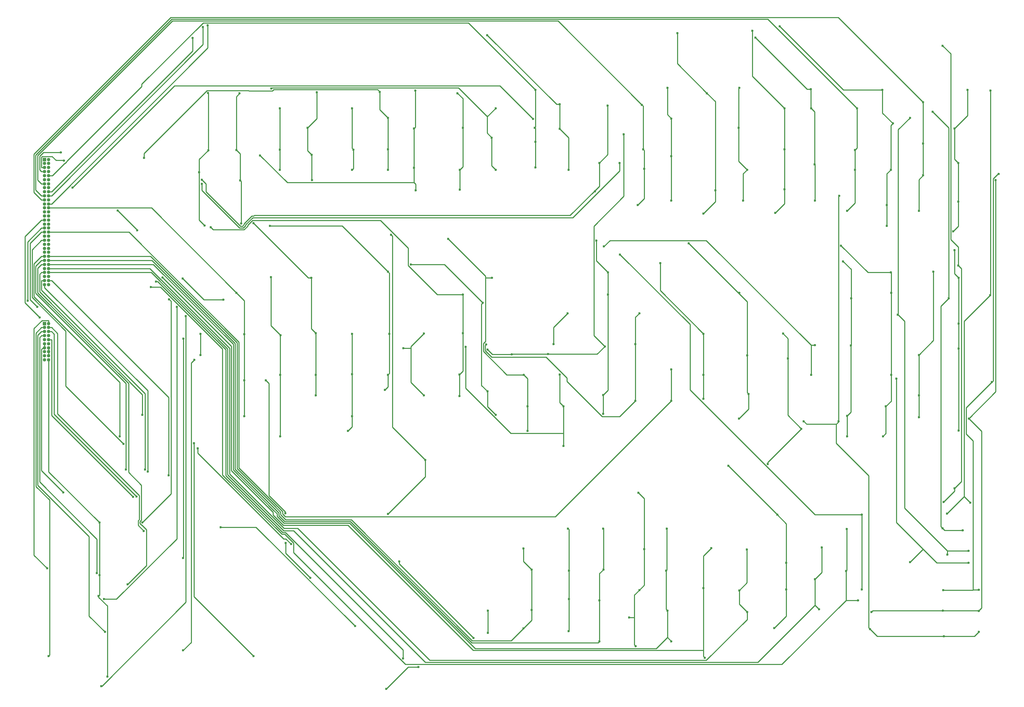
<source format=gbr>
G04 #@! TF.FileFunction,Copper,L2,Bot,Signal*
%FSLAX46Y46*%
G04 Gerber Fmt 4.6, Leading zero omitted, Abs format (unit mm)*
G04 Created by KiCad (PCBNEW 4.0.7) date 04/05/19 11:13:47*
%MOMM*%
%LPD*%
G01*
G04 APERTURE LIST*
%ADD10C,0.100000*%
%ADD11R,0.850000X0.850000*%
%ADD12O,0.850000X0.850000*%
%ADD13C,0.600000*%
%ADD14C,0.250000*%
G04 APERTURE END LIST*
D10*
D11*
X26670000Y-50800000D03*
D12*
X27670000Y-50800000D03*
X26670000Y-51800000D03*
X27670000Y-51800000D03*
X26670000Y-52800000D03*
X27670000Y-52800000D03*
X26670000Y-53800000D03*
X27670000Y-53800000D03*
X26670000Y-54800000D03*
X27670000Y-54800000D03*
X26670000Y-55800000D03*
X27670000Y-55800000D03*
X26670000Y-56800000D03*
X27670000Y-56800000D03*
X26670000Y-57800000D03*
X27670000Y-57800000D03*
X26670000Y-58800000D03*
X27670000Y-58800000D03*
X26670000Y-59800000D03*
X27670000Y-59800000D03*
X26670000Y-60800000D03*
X27670000Y-60800000D03*
X26670000Y-61800000D03*
X27670000Y-61800000D03*
X26670000Y-62800000D03*
X27670000Y-62800000D03*
X26670000Y-63800000D03*
X27670000Y-63800000D03*
X26670000Y-64800000D03*
X27670000Y-64800000D03*
X26670000Y-65800000D03*
X27670000Y-65800000D03*
X26670000Y-66800000D03*
X27670000Y-66800000D03*
X26670000Y-67800000D03*
X27670000Y-67800000D03*
X26670000Y-68800000D03*
X27670000Y-68800000D03*
X26670000Y-69800000D03*
X27670000Y-69800000D03*
X26670000Y-70800000D03*
X27670000Y-70800000D03*
X26670000Y-71800000D03*
X27670000Y-71800000D03*
X26670000Y-72800000D03*
X27670000Y-72800000D03*
X26670000Y-73800000D03*
X27670000Y-73800000D03*
X26670000Y-74800000D03*
X27670000Y-74800000D03*
X26670000Y-75800000D03*
X27670000Y-75800000D03*
X26670000Y-76800000D03*
X27670000Y-76800000D03*
X26670000Y-77800000D03*
X27670000Y-77800000D03*
X26670000Y-78800000D03*
X27670000Y-78800000D03*
X26670000Y-79800000D03*
X27670000Y-79800000D03*
X26670000Y-80800000D03*
X27670000Y-80800000D03*
X26670000Y-81800000D03*
X27670000Y-81800000D03*
D11*
X26670000Y-91440000D03*
D12*
X27670000Y-91440000D03*
X26670000Y-92440000D03*
X27670000Y-92440000D03*
X26670000Y-93440000D03*
X27670000Y-93440000D03*
X26670000Y-94440000D03*
X27670000Y-94440000D03*
X26670000Y-95440000D03*
X27670000Y-95440000D03*
X26670000Y-96440000D03*
X27670000Y-96440000D03*
X26670000Y-97440000D03*
X27670000Y-97440000D03*
X26670000Y-98440000D03*
X27670000Y-98440000D03*
X26670000Y-99440000D03*
X27670000Y-99440000D03*
X26670000Y-100440000D03*
X27670000Y-100440000D03*
D13*
X67199200Y-48549700D03*
X67106300Y-34334000D03*
X66317500Y-67187100D03*
X64971700Y-53927600D03*
X75110000Y-55992500D03*
X74155900Y-48438800D03*
X74947800Y-34428000D03*
X75382700Y-66654400D03*
X84952400Y-38100000D03*
X84952400Y-53340000D03*
X84952400Y-48344600D03*
X92890000Y-55880000D03*
X92768300Y-49632300D03*
X91802900Y-42959400D03*
X94074200Y-34133400D03*
X31514800Y-51116900D03*
X103136200Y-48369400D03*
X102814400Y-53340000D03*
X102742200Y-38162300D03*
X111645000Y-48260000D03*
X111633900Y-53340000D03*
X111645000Y-40473700D03*
X109670600Y-34020800D03*
X51279000Y-50391700D03*
X118111000Y-43097200D03*
X118423600Y-33699300D03*
X118515000Y-58474000D03*
X118111000Y-52858200D03*
X30714200Y-49033600D03*
X80040400Y-49771100D03*
X129414100Y-53392800D03*
X130168600Y-42946600D03*
X128880400Y-34384900D03*
X129414100Y-58303400D03*
X138314200Y-38100000D03*
X137340000Y-45385400D03*
X138304800Y-53340000D03*
X82799800Y-33201900D03*
X148010700Y-42928700D03*
X148181700Y-33546400D03*
X148160700Y-52737000D03*
X148160700Y-46434700D03*
X154153500Y-37147900D03*
X154153500Y-43180000D03*
X136251000Y-20014700D03*
X156412400Y-53353600D03*
X163962900Y-51697700D03*
X166064900Y-37438300D03*
X162924700Y-58740800D03*
X65604900Y-55800000D03*
X173472100Y-62121700D03*
X175089000Y-53087700D03*
X174790700Y-48310500D03*
X174517500Y-37257800D03*
X181790000Y-40640000D03*
X181790000Y-60960000D03*
X181790000Y-50007700D03*
X180818000Y-33020000D03*
X169016300Y-51692400D03*
X65610100Y-56800000D03*
X183285700Y-19520600D03*
X190599700Y-34374300D03*
X192692300Y-58420000D03*
X189728500Y-64216600D03*
X199570000Y-60960000D03*
X200549300Y-53340000D03*
X147540500Y-40784200D03*
X33630300Y-57800000D03*
X198463100Y-42958400D03*
X198598000Y-33020000D03*
X209808700Y-38100000D03*
X201849200Y-18873100D03*
X209808700Y-48260000D03*
X207487000Y-64076100D03*
X209808700Y-58168400D03*
X217350000Y-60960000D03*
X217236100Y-51988900D03*
X202570900Y-20590700D03*
X63326800Y-20716700D03*
X216392200Y-38100000D03*
X216328600Y-33392800D03*
X227198100Y-53340000D03*
X227706300Y-38100000D03*
X227198100Y-48442100D03*
X225284600Y-63500000D03*
X236110700Y-53340000D03*
X235146700Y-62121900D03*
X235130000Y-67210400D03*
X236600400Y-41849200D03*
X234034100Y-33546400D03*
X208583500Y-17797400D03*
X65893000Y-17984900D03*
X244103700Y-46883700D03*
X244103700Y-54729000D03*
X243043600Y-63500000D03*
X244103700Y-36626500D03*
X251569400Y-68580000D03*
X252821200Y-61248500D03*
X252821200Y-51697700D03*
X251893200Y-43102000D03*
X255075500Y-33546400D03*
X49591000Y-68326000D03*
X44742100Y-63438400D03*
X67044800Y-17556500D03*
X65254300Y-99234800D03*
X65254300Y-93980000D03*
X76108200Y-105492900D03*
X74158200Y-83820000D03*
X76134800Y-114379100D03*
X76108200Y-94056600D03*
X84964900Y-119380000D03*
X85118600Y-94339600D03*
X82747700Y-79935200D03*
X84971300Y-104140000D03*
X93840700Y-104140000D03*
X93840700Y-93853800D03*
X78429600Y-66547700D03*
X93840700Y-109220000D03*
X92714600Y-80091700D03*
X102738200Y-93980000D03*
X102738200Y-114423200D03*
X70969900Y-85553900D03*
X60840000Y-80298400D03*
X101780000Y-118012200D03*
X102738200Y-104039400D03*
X110869200Y-107867900D03*
X111635600Y-104157800D03*
X82445900Y-67271000D03*
X112009800Y-94032100D03*
X111631800Y-78615500D03*
X120531400Y-93961300D03*
X115505000Y-97595800D03*
X120521900Y-109220000D03*
X25465100Y-89932500D03*
X129401900Y-104045400D03*
X130243500Y-93831400D03*
X130212100Y-84280700D03*
X129401900Y-109406700D03*
X67812300Y-67582400D03*
X135141600Y-86318100D03*
X117321100Y-76781500D03*
X138320800Y-114058300D03*
X136268600Y-108222700D03*
X126531200Y-70495300D03*
X145278900Y-104140000D03*
X137395200Y-80150200D03*
X146233400Y-118011100D03*
X146233400Y-111982700D03*
X155120000Y-111955900D03*
X155120000Y-121807400D03*
X154156200Y-104084800D03*
X152605000Y-96520000D03*
X156099400Y-88900000D03*
X130884800Y-97245000D03*
X22494400Y-85760000D03*
X166119900Y-84280700D03*
X166119900Y-78760200D03*
X163250000Y-70895600D03*
X164962400Y-109130600D03*
X164962400Y-113828700D03*
X172900000Y-96520000D03*
X173856500Y-88900000D03*
X172900000Y-110604900D03*
X135943900Y-96621000D03*
X24914500Y-87295800D03*
X181790000Y-110588200D03*
X181787400Y-102787200D03*
X189726500Y-110123200D03*
X189726500Y-93980000D03*
X189726500Y-104140000D03*
X179033300Y-76505200D03*
X186099200Y-71571000D03*
X198589400Y-83820000D03*
X198576100Y-114987600D03*
X200921300Y-108902700D03*
X200599100Y-99300100D03*
X209423900Y-93939100D03*
X210651300Y-100083700D03*
X213955100Y-117503200D03*
X205647400Y-126251400D03*
X46225800Y-121229400D03*
X165131900Y-72362600D03*
X216382300Y-104140000D03*
X217350000Y-96840500D03*
X224309600Y-76051000D03*
X226264600Y-85201700D03*
X225264900Y-119380000D03*
X225260200Y-114357700D03*
X226240000Y-96911500D03*
X234884300Y-111982700D03*
X236178100Y-104140000D03*
X236110500Y-78760100D03*
X236178100Y-83820000D03*
X223805600Y-72149800D03*
X234176200Y-119380000D03*
X243069000Y-109278500D03*
X243069000Y-114663700D03*
X243069000Y-99242900D03*
X246660700Y-78595100D03*
X252910000Y-91440000D03*
X252910000Y-97684400D03*
X252910000Y-80102600D03*
X251914200Y-73271200D03*
X252889000Y-118000900D03*
X136367200Y-168115000D03*
X136386600Y-162560000D03*
X45318300Y-119436500D03*
X147189100Y-152400000D03*
X147189100Y-162397200D03*
X145188500Y-147142600D03*
X145192300Y-166955700D03*
X156452600Y-152695500D03*
X156452600Y-159693700D03*
X156339100Y-167640000D03*
X156220800Y-142240000D03*
X46851100Y-127644700D03*
X164010000Y-170180000D03*
X164010000Y-160020000D03*
X164980600Y-152400000D03*
X164962400Y-142240000D03*
X173862300Y-157480000D03*
X171398800Y-164280400D03*
X47265400Y-156040300D03*
X175089000Y-147325900D03*
X172962900Y-171360800D03*
X173620100Y-133369700D03*
X181790000Y-170180000D03*
X180836900Y-162560000D03*
X180487100Y-152713400D03*
X180702900Y-142294400D03*
X189710300Y-157037200D03*
X191645100Y-147130200D03*
X190105200Y-174258600D03*
X55903200Y-80072100D03*
X198582700Y-157551400D03*
X200524300Y-147394100D03*
X200553200Y-162925400D03*
X210202800Y-150752200D03*
X195882100Y-126728500D03*
X50897700Y-114102500D03*
X207975700Y-138822100D03*
X207245400Y-166867300D03*
X210202800Y-157316500D03*
X217350000Y-154827400D03*
X219041200Y-146883100D03*
X218335200Y-162242500D03*
X227973600Y-160020000D03*
X52951500Y-82378000D03*
X224996200Y-152731000D03*
X225237900Y-142332500D03*
X228903600Y-157295200D03*
X228903600Y-138830200D03*
X169109600Y-74338900D03*
X51552600Y-127626100D03*
X57365000Y-129100300D03*
X52213800Y-128104100D03*
X115432600Y-174459500D03*
X54293600Y-81048100D03*
X27314100Y-152089900D03*
X27654400Y-173884100D03*
X51240400Y-142834300D03*
X41605700Y-167847600D03*
X49442900Y-134305800D03*
X39633000Y-153232300D03*
X78428600Y-173883800D03*
X63640600Y-121089500D03*
X87666500Y-146108300D03*
X64590500Y-122375000D03*
X103504600Y-166425700D03*
X70292000Y-141885500D03*
X48584800Y-134395100D03*
X31285800Y-133254500D03*
X40055300Y-158968800D03*
X42241600Y-178928600D03*
X40258400Y-140763000D03*
X92461300Y-154474500D03*
X86331900Y-145862200D03*
X40258400Y-153751000D03*
X252821200Y-77111100D03*
X248948300Y-22590700D03*
X50896300Y-140738800D03*
X57498800Y-85425000D03*
X249156500Y-135686200D03*
X251893200Y-132264100D03*
X260744100Y-33689200D03*
X260657700Y-84472500D03*
X255810900Y-135849700D03*
X41413500Y-159727600D03*
X59399600Y-87325900D03*
X250010000Y-138541300D03*
X248948300Y-142210900D03*
X250435000Y-85206400D03*
X246461100Y-38969900D03*
X253882000Y-142668100D03*
X40753100Y-181263400D03*
X61640800Y-89567100D03*
X250110200Y-148716000D03*
X240862400Y-40473700D03*
X237855400Y-89241700D03*
X255339300Y-147771700D03*
X61006800Y-95155500D03*
X60927800Y-149563500D03*
X142351200Y-99060000D03*
X136347600Y-97881100D03*
X151264400Y-99032600D03*
X165310000Y-97103200D03*
X237512700Y-105107400D03*
X170000000Y-44562600D03*
X240862400Y-150534800D03*
X255339300Y-150752200D03*
X60987300Y-172400000D03*
X63735600Y-100425300D03*
X249057900Y-157480000D03*
X261123800Y-105973300D03*
X262767600Y-54363300D03*
X86308400Y-138498400D03*
X81462100Y-105492900D03*
X257877900Y-157416700D03*
X249036000Y-162560000D03*
X231274600Y-162898700D03*
X255419200Y-114971500D03*
X257877900Y-162674200D03*
X262070200Y-55896700D03*
X230935700Y-167121000D03*
X223169500Y-115655900D03*
X249218800Y-168919600D03*
X111214300Y-181990800D03*
X119208700Y-176550200D03*
X214552400Y-115663300D03*
X223340000Y-59785200D03*
X257877900Y-167817500D03*
X120887400Y-125238900D03*
X114435400Y-150375900D03*
X112460100Y-69441700D03*
X132794200Y-169377500D03*
X111648000Y-138663900D03*
D14*
X64971700Y-50777200D02*
X64971700Y-53927600D01*
X67199200Y-48549700D02*
X64971700Y-50777200D01*
X64971700Y-65841300D02*
X66317500Y-67187100D01*
X64971700Y-53927600D02*
X64971700Y-65841300D01*
X67199200Y-34426900D02*
X67106300Y-34334000D01*
X67199200Y-48549700D02*
X67199200Y-34426900D01*
X75110000Y-49392900D02*
X75110000Y-55992500D01*
X74155900Y-48438800D02*
X75110000Y-49392900D01*
X74155900Y-35219900D02*
X74155900Y-48438800D01*
X74947800Y-34428000D02*
X74155900Y-35219900D01*
X75382700Y-56265200D02*
X75110000Y-55992500D01*
X75382700Y-66654400D02*
X75382700Y-56265200D01*
X84952400Y-38100000D02*
X84952400Y-48344600D01*
X84952400Y-48344600D02*
X84952400Y-53340000D01*
X92768300Y-55758300D02*
X92768300Y-49632300D01*
X92890000Y-55880000D02*
X92768300Y-55758300D01*
X91802900Y-48666900D02*
X91802900Y-42959400D01*
X92768300Y-49632300D02*
X91802900Y-48666900D01*
X94074200Y-40688100D02*
X94074200Y-34133400D01*
X91802900Y-42959400D02*
X94074200Y-40688100D01*
X26670000Y-52800000D02*
X25919700Y-52800000D01*
X31434300Y-51036400D02*
X31514800Y-51116900D01*
X29532900Y-51036400D02*
X31434300Y-51036400D01*
X28540300Y-50043800D02*
X29532900Y-51036400D01*
X26098600Y-50043800D02*
X28540300Y-50043800D01*
X25919700Y-50222700D02*
X26098600Y-50043800D01*
X25919700Y-52800000D02*
X25919700Y-50222700D01*
X103136200Y-53018200D02*
X102814400Y-53340000D01*
X103136200Y-48369400D02*
X103136200Y-53018200D01*
X102742200Y-47975400D02*
X102742200Y-38162300D01*
X103136200Y-48369400D02*
X102742200Y-47975400D01*
X111645000Y-48260000D02*
X111645000Y-40473700D01*
X111645000Y-53328900D02*
X111633900Y-53340000D01*
X111645000Y-48260000D02*
X111645000Y-53328900D01*
X109670600Y-38499300D02*
X109670600Y-34020800D01*
X111645000Y-40473700D02*
X109670600Y-38499300D01*
X109156200Y-33506400D02*
X109670600Y-34020800D01*
X83379700Y-33506400D02*
X109156200Y-33506400D01*
X83058900Y-33827200D02*
X83379700Y-33506400D01*
X77253800Y-33827200D02*
X83058900Y-33827200D01*
X77123300Y-33696700D02*
X77253800Y-33827200D01*
X66853900Y-33696700D02*
X77123300Y-33696700D01*
X51279000Y-49271600D02*
X66853900Y-33696700D01*
X51279000Y-50391700D02*
X51279000Y-49271600D01*
X118111000Y-43097200D02*
X118111000Y-52858200D01*
X86800500Y-56531200D02*
X80040400Y-49771100D01*
X118111000Y-56531200D02*
X86800500Y-56531200D01*
X118515000Y-56935200D02*
X118111000Y-56531200D01*
X118515000Y-58474000D02*
X118515000Y-56935200D01*
X118111000Y-56531200D02*
X118111000Y-52858200D01*
X26670000Y-53800000D02*
X25919700Y-53800000D01*
X118423600Y-42784600D02*
X118423600Y-33699300D01*
X118111000Y-43097200D02*
X118423600Y-42784600D01*
X26426700Y-49033600D02*
X30714200Y-49033600D01*
X25453400Y-50006900D02*
X26426700Y-49033600D01*
X25453400Y-53333700D02*
X25453400Y-50006900D01*
X25919700Y-53800000D02*
X25453400Y-53333700D01*
X130168600Y-52638300D02*
X130168600Y-42946600D01*
X129414100Y-53392800D02*
X130168600Y-52638300D01*
X129414100Y-53392800D02*
X129414100Y-58303400D01*
X130168600Y-35673100D02*
X128880400Y-34384900D01*
X130168600Y-42946600D02*
X130168600Y-35673100D01*
X137340000Y-52375200D02*
X138304800Y-53340000D01*
X137340000Y-45385400D02*
X137340000Y-52375200D01*
X82945700Y-33056000D02*
X82799800Y-33201900D01*
X129072800Y-33056000D02*
X82945700Y-33056000D01*
X136215500Y-40198700D02*
X129072800Y-33056000D01*
X138314200Y-38100000D02*
X136215500Y-40198700D01*
X136215500Y-44260900D02*
X137340000Y-45385400D01*
X136215500Y-40198700D02*
X136215500Y-44260900D01*
X148181700Y-42757700D02*
X148181700Y-33546400D01*
X148010700Y-42928700D02*
X148181700Y-42757700D01*
X148160700Y-43078700D02*
X148160700Y-46434700D01*
X148010700Y-42928700D02*
X148160700Y-43078700D01*
X148160700Y-46434700D02*
X148160700Y-52737000D01*
X131566500Y-16931200D02*
X148181700Y-33546400D01*
X65943500Y-16931200D02*
X131566500Y-16931200D01*
X50726200Y-32148500D02*
X65943500Y-16931200D01*
X50726200Y-32678200D02*
X50726200Y-32148500D01*
X32140100Y-51264300D02*
X50726200Y-32678200D01*
X32140100Y-51376000D02*
X32140100Y-51264300D01*
X31773900Y-51742200D02*
X32140100Y-51376000D01*
X31662200Y-51742200D02*
X31773900Y-51742200D01*
X28604400Y-54800000D02*
X31662200Y-51742200D01*
X27670000Y-54800000D02*
X28604400Y-54800000D01*
X154153500Y-43180000D02*
X154153500Y-37147900D01*
X156412400Y-45438900D02*
X154153500Y-43180000D01*
X156412400Y-53353600D02*
X156412400Y-45438900D01*
X153384200Y-37147900D02*
X136251000Y-20014700D01*
X154153500Y-37147900D02*
X153384200Y-37147900D01*
X166064900Y-49595700D02*
X166064900Y-37438300D01*
X163962900Y-51697700D02*
X166064900Y-49595700D01*
X162924700Y-58740800D02*
X162779500Y-58595500D01*
X163962900Y-57412100D02*
X163962900Y-51697700D01*
X162779500Y-58595500D02*
X163962900Y-57412100D01*
X66617000Y-56812100D02*
X65604900Y-55800000D01*
X66617000Y-58779200D02*
X66617000Y-56812100D01*
X75151100Y-67313300D02*
X66617000Y-58779200D01*
X75669400Y-67313300D02*
X75151100Y-67313300D01*
X76035600Y-66947100D02*
X75669400Y-67313300D01*
X76035600Y-66736200D02*
X76035600Y-66947100D01*
X77999800Y-64772000D02*
X76035600Y-66736200D01*
X78438300Y-64772000D02*
X77999800Y-64772000D01*
X78556200Y-64654100D02*
X78438300Y-64772000D01*
X156720900Y-64654100D02*
X78556200Y-64654100D01*
X162779500Y-58595500D02*
X156720900Y-64654100D01*
X175089000Y-60504800D02*
X173472100Y-62121700D01*
X175089000Y-53087700D02*
X175089000Y-60504800D01*
X175089000Y-48608800D02*
X174790700Y-48310500D01*
X175089000Y-53087700D02*
X175089000Y-48608800D01*
X174790700Y-37531000D02*
X174517500Y-37257800D01*
X174790700Y-48310500D02*
X174790700Y-37531000D01*
X25003000Y-55883300D02*
X25919700Y-56800000D01*
X25003000Y-49820400D02*
X25003000Y-55883300D01*
X58342500Y-16480900D02*
X25003000Y-49820400D01*
X153740600Y-16480900D02*
X58342500Y-16480900D01*
X174517500Y-37257800D02*
X153740600Y-16480900D01*
X26670000Y-56800000D02*
X25919700Y-56800000D01*
X181790000Y-50007700D02*
X181790000Y-60960000D01*
X181790000Y-40640000D02*
X181790000Y-50007700D01*
X180818000Y-39668000D02*
X180818000Y-33020000D01*
X181790000Y-40640000D02*
X180818000Y-39668000D01*
X65610100Y-58473000D02*
X65610100Y-56800000D01*
X74900800Y-67763700D02*
X65610100Y-58473000D01*
X75855900Y-67763700D02*
X74900800Y-67763700D01*
X76485900Y-67133700D02*
X75855900Y-67763700D01*
X76485900Y-66922800D02*
X76485900Y-67133700D01*
X78186400Y-65222300D02*
X76485900Y-66922800D01*
X157425700Y-65222300D02*
X78186400Y-65222300D01*
X169016300Y-53631700D02*
X157425700Y-65222300D01*
X169016300Y-51692400D02*
X169016300Y-53631700D01*
X192692300Y-36466900D02*
X190599700Y-34374300D01*
X192692300Y-58420000D02*
X192692300Y-36466900D01*
X192692300Y-61252800D02*
X192692300Y-58420000D01*
X189728500Y-64216600D02*
X192692300Y-61252800D01*
X183285700Y-27060300D02*
X183285700Y-19520600D01*
X190599700Y-34374300D02*
X183285700Y-27060300D01*
X199570000Y-54319300D02*
X200549300Y-53340000D01*
X199570000Y-60960000D02*
X199570000Y-54319300D01*
X198463100Y-51253800D02*
X198463100Y-42958400D01*
X200549300Y-53340000D02*
X198463100Y-51253800D01*
X198463100Y-33154900D02*
X198598000Y-33020000D01*
X198463100Y-42958400D02*
X198463100Y-33154900D01*
X58870400Y-32559900D02*
X33630300Y-57800000D01*
X139316200Y-32559900D02*
X58870400Y-32559900D01*
X147540500Y-40784200D02*
X139316200Y-32559900D01*
X209808700Y-38100000D02*
X209808700Y-48260000D01*
X209808700Y-61754400D02*
X209808700Y-58168400D01*
X207487000Y-64076100D02*
X209808700Y-61754400D01*
X209808700Y-58168400D02*
X209808700Y-48260000D01*
X201849200Y-30140500D02*
X201849200Y-18873100D01*
X209808700Y-38100000D02*
X201849200Y-30140500D01*
X27670000Y-58800000D02*
X28420300Y-58800000D01*
X217350000Y-52102800D02*
X217350000Y-60960000D01*
X217236100Y-51988900D02*
X217350000Y-52102800D01*
X217236100Y-38943900D02*
X217236100Y-51988900D01*
X216392200Y-38100000D02*
X217236100Y-38943900D01*
X216328600Y-38036400D02*
X216392200Y-38100000D01*
X216328600Y-33392800D02*
X216328600Y-38036400D01*
X63326800Y-23893500D02*
X63326800Y-20716700D01*
X28420300Y-58800000D02*
X63326800Y-23893500D01*
X215373000Y-33392800D02*
X202570900Y-20590700D01*
X216328600Y-33392800D02*
X215373000Y-33392800D01*
X227198100Y-53340000D02*
X227198100Y-48442100D01*
X227706300Y-47933900D02*
X227706300Y-38100000D01*
X227198100Y-48442100D02*
X227706300Y-47933900D01*
X24491500Y-58371800D02*
X25919700Y-59800000D01*
X24491500Y-49695000D02*
X24491500Y-58371800D01*
X58155900Y-16030600D02*
X24491500Y-49695000D01*
X205636900Y-16030600D02*
X58155900Y-16030600D01*
X227706300Y-38100000D02*
X205636900Y-16030600D01*
X26670000Y-59800000D02*
X25919700Y-59800000D01*
X227198100Y-61586500D02*
X225284600Y-63500000D01*
X227198100Y-53340000D02*
X227198100Y-61586500D01*
X235146700Y-54304000D02*
X236110700Y-53340000D01*
X235146700Y-62121900D02*
X235146700Y-54304000D01*
X236110700Y-42338900D02*
X236600400Y-41849200D01*
X236110700Y-53340000D02*
X236110700Y-42338900D01*
X27670000Y-59800000D02*
X28420300Y-59800000D01*
X234034100Y-39282900D02*
X234034100Y-33546400D01*
X236600400Y-41849200D02*
X234034100Y-39282900D01*
X224332500Y-33546400D02*
X208583500Y-17797400D01*
X234034100Y-33546400D02*
X224332500Y-33546400D01*
X65892900Y-17984900D02*
X65893000Y-17984900D01*
X65892900Y-22327400D02*
X65892900Y-17984900D01*
X28420300Y-59800000D02*
X65892900Y-22327400D01*
X235146700Y-67193700D02*
X235130000Y-67210400D01*
X235146700Y-62121900D02*
X235146700Y-67193700D01*
X244103700Y-46883700D02*
X244103700Y-54729000D01*
X26670000Y-60800000D02*
X25919700Y-60800000D01*
X244103700Y-46883700D02*
X244103700Y-36626500D01*
X24041100Y-58921400D02*
X25919700Y-60800000D01*
X24041100Y-49446700D02*
X24041100Y-58921400D01*
X57912400Y-15575400D02*
X24041100Y-49446700D01*
X223052600Y-15575400D02*
X57912400Y-15575400D01*
X244103700Y-36626500D02*
X223052600Y-15575400D01*
X243043600Y-55789100D02*
X243043600Y-63500000D01*
X244103700Y-54729000D02*
X243043600Y-55789100D01*
X252821200Y-61248500D02*
X252821200Y-51697700D01*
X251893200Y-50769700D02*
X251893200Y-43102000D01*
X252821200Y-51697700D02*
X251893200Y-50769700D01*
X255075500Y-39919700D02*
X255075500Y-33546400D01*
X251893200Y-43102000D02*
X255075500Y-39919700D01*
X252821200Y-67328200D02*
X251569400Y-68580000D01*
X252821200Y-61248500D02*
X252821200Y-67328200D01*
X49591000Y-68287300D02*
X49591000Y-68326000D01*
X44742100Y-63438400D02*
X49591000Y-68287300D01*
X27670000Y-61800000D02*
X28420300Y-61800000D01*
X67044800Y-23175500D02*
X28420300Y-61800000D01*
X67044800Y-17556500D02*
X67044800Y-23175500D01*
X65254300Y-93980000D02*
X65254300Y-99234800D01*
X53138200Y-62800000D02*
X74158200Y-83820000D01*
X27670000Y-62800000D02*
X53138200Y-62800000D01*
X76134800Y-105519500D02*
X76108200Y-105492900D01*
X76134800Y-114379100D02*
X76134800Y-105519500D01*
X76108200Y-105492900D02*
X76108200Y-94056600D01*
X76108200Y-85770000D02*
X74158200Y-83820000D01*
X76108200Y-94056600D02*
X76108200Y-85770000D01*
X82747700Y-91968700D02*
X82747700Y-79935200D01*
X85118600Y-94339600D02*
X82747700Y-91968700D01*
X84964900Y-104146400D02*
X84964900Y-119380000D01*
X84971300Y-104140000D02*
X84964900Y-104146400D01*
X84971300Y-94486900D02*
X84971300Y-104140000D01*
X85118600Y-94339600D02*
X84971300Y-94486900D01*
X93840700Y-104140000D02*
X93840700Y-93853800D01*
X93840700Y-104140000D02*
X93840700Y-109220000D01*
X92714600Y-92727700D02*
X92714600Y-80091700D01*
X93840700Y-93853800D02*
X92714600Y-92727700D01*
X91973600Y-80091700D02*
X92714600Y-80091700D01*
X78429600Y-66547700D02*
X91973600Y-80091700D01*
X66095500Y-85553900D02*
X70969900Y-85553900D01*
X60840000Y-80298400D02*
X66095500Y-85553900D01*
X102738200Y-117054000D02*
X101780000Y-118012200D01*
X102738200Y-114423200D02*
X102738200Y-117054000D01*
X102738200Y-114423200D02*
X102738200Y-104039400D01*
X102738200Y-104039400D02*
X102738200Y-93980000D01*
X112009800Y-103783600D02*
X112009800Y-94032100D01*
X111635600Y-104157800D02*
X112009800Y-103783600D01*
X112009800Y-78993500D02*
X111631800Y-78615500D01*
X112009800Y-94032100D02*
X112009800Y-78993500D01*
X111635600Y-107101500D02*
X110869200Y-107867900D01*
X111635600Y-104157800D02*
X111635600Y-107101500D01*
X100287300Y-67271000D02*
X82445900Y-67271000D01*
X111631800Y-78615500D02*
X100287300Y-67271000D01*
X26670000Y-65800000D02*
X25919700Y-65800000D01*
X21815400Y-86282800D02*
X25465100Y-89932500D01*
X21815400Y-69904300D02*
X21815400Y-86282800D01*
X25919700Y-65800000D02*
X21815400Y-69904300D01*
X117342600Y-97595800D02*
X115505000Y-97595800D01*
X117342600Y-97150100D02*
X117342600Y-97595800D01*
X120531400Y-93961300D02*
X117342600Y-97150100D01*
X117342600Y-106040700D02*
X120521900Y-109220000D01*
X117342600Y-97595800D02*
X117342600Y-106040700D01*
X130243500Y-103203800D02*
X129401900Y-104045400D01*
X130243500Y-93831400D02*
X130243500Y-103203800D01*
X129401900Y-104045400D02*
X129401900Y-109406700D01*
X130243500Y-84312100D02*
X130212100Y-84280700D01*
X130243500Y-93831400D02*
X130243500Y-84312100D01*
X68443900Y-68214000D02*
X67812300Y-67582400D01*
X76042500Y-68214000D02*
X68443900Y-68214000D01*
X76936200Y-67320300D02*
X76042500Y-68214000D01*
X76936200Y-67109400D02*
X76936200Y-67320300D01*
X78173000Y-65872600D02*
X76936200Y-67109400D01*
X109837500Y-65872600D02*
X78173000Y-65872600D01*
X116695700Y-72730800D02*
X109837500Y-65872600D01*
X116695700Y-77077100D02*
X116695700Y-72730800D01*
X123899300Y-84280700D02*
X116695700Y-77077100D01*
X130212100Y-84280700D02*
X123899300Y-84280700D01*
X136268600Y-112006100D02*
X136268600Y-108222700D01*
X138320800Y-114058300D02*
X136268600Y-112006100D01*
X134799200Y-106753300D02*
X136268600Y-108222700D01*
X134799200Y-86660500D02*
X134799200Y-106753300D01*
X135141600Y-86318100D02*
X134799200Y-86660500D01*
X125605000Y-76781500D02*
X117321100Y-76781500D01*
X135141600Y-86318100D02*
X125605000Y-76781500D01*
X146233400Y-118011100D02*
X146233400Y-111982700D01*
X146233400Y-105094500D02*
X145278900Y-104140000D01*
X146233400Y-111982700D02*
X146233400Y-105094500D01*
X135766900Y-79731000D02*
X135766900Y-80150200D01*
X126531200Y-70495300D02*
X135766900Y-79731000D01*
X135766900Y-80150200D02*
X137395200Y-80150200D01*
X141085100Y-104140000D02*
X145278900Y-104140000D01*
X135249500Y-98304400D02*
X141085100Y-104140000D01*
X135249500Y-96412300D02*
X135249500Y-98304400D01*
X135766900Y-95894900D02*
X135249500Y-96412300D01*
X135766900Y-80150200D02*
X135766900Y-95894900D01*
X154156200Y-110992100D02*
X154156200Y-104084800D01*
X155120000Y-111955900D02*
X154156200Y-110992100D01*
X26670000Y-67800000D02*
X25919700Y-67800000D01*
X155120000Y-111955900D02*
X155120000Y-118644200D01*
X155120000Y-118644200D02*
X155120000Y-121807400D01*
X130884800Y-107507200D02*
X130884800Y-97245000D01*
X142021800Y-118644200D02*
X130884800Y-107507200D01*
X155120000Y-118644200D02*
X142021800Y-118644200D01*
X22494400Y-71225300D02*
X22494400Y-85760000D01*
X25919700Y-67800000D02*
X22494400Y-71225300D01*
X152605000Y-92394400D02*
X156099400Y-88900000D01*
X152605000Y-96520000D02*
X152605000Y-92394400D01*
X166119900Y-84280700D02*
X166119900Y-78760200D01*
X166119900Y-107973100D02*
X166119900Y-84280700D01*
X164962400Y-109130600D02*
X166119900Y-107973100D01*
X164962400Y-113828700D02*
X164962400Y-109130600D01*
X163250000Y-75890300D02*
X166119900Y-78760200D01*
X163250000Y-70895600D02*
X163250000Y-75890300D01*
X23126500Y-71593200D02*
X25919700Y-68800000D01*
X23126500Y-85507800D02*
X23126500Y-71593200D01*
X24914500Y-87295800D02*
X23126500Y-85507800D01*
X172900000Y-96520000D02*
X172900000Y-110604900D01*
X135699800Y-96865100D02*
X135943900Y-96621000D01*
X135699800Y-98117800D02*
X135699800Y-96865100D01*
X137351400Y-99769400D02*
X135699800Y-98117800D01*
X150755700Y-99769400D02*
X137351400Y-99769400D01*
X155946200Y-104959900D02*
X150755700Y-99769400D01*
X155946200Y-105754200D02*
X155946200Y-104959900D01*
X164670100Y-114478100D02*
X155946200Y-105754200D01*
X169026800Y-114478100D02*
X164670100Y-114478100D01*
X172900000Y-110604900D02*
X169026800Y-114478100D01*
X26670000Y-68800000D02*
X25919700Y-68800000D01*
X172900000Y-89856500D02*
X173856500Y-88900000D01*
X172900000Y-96520000D02*
X172900000Y-89856500D01*
X181790000Y-110588200D02*
X181787400Y-110585600D01*
X181787400Y-110585600D02*
X181787400Y-102787200D01*
X47540300Y-68800000D02*
X27670000Y-68800000D01*
X74743900Y-96003600D02*
X47540300Y-68800000D01*
X74743900Y-127181500D02*
X74743900Y-96003600D01*
X83984900Y-136422500D02*
X74743900Y-127181500D01*
X83985000Y-136422500D02*
X83984900Y-136422500D01*
X85567200Y-138004700D02*
X83985000Y-136422500D01*
X85567200Y-138641700D02*
X85567200Y-138004700D01*
X86250900Y-139325400D02*
X85567200Y-138641700D01*
X153047600Y-139325400D02*
X86250900Y-139325400D01*
X181787400Y-110585600D02*
X153047600Y-139325400D01*
X189726500Y-104140000D02*
X189726500Y-110123200D01*
X189726500Y-104140000D02*
X189726500Y-93980000D01*
X179033300Y-83286800D02*
X179033300Y-76505200D01*
X189726500Y-93980000D02*
X179033300Y-83286800D01*
X200921300Y-112642400D02*
X200921300Y-108902700D01*
X198576100Y-114987600D02*
X200921300Y-112642400D01*
X200599100Y-108580500D02*
X200599100Y-99300100D01*
X200921300Y-108902700D02*
X200599100Y-108580500D01*
X200599100Y-86070900D02*
X198468800Y-83940600D01*
X200599100Y-99300100D02*
X200599100Y-86070900D01*
X198468700Y-83940600D02*
X198468800Y-83940600D01*
X198468700Y-83940500D02*
X198468700Y-83940600D01*
X186099200Y-71571000D02*
X198468700Y-83940500D01*
X198468800Y-83940600D02*
X198589400Y-83820000D01*
X210651300Y-95166500D02*
X210651300Y-100083700D01*
X209423900Y-93939100D02*
X210651300Y-95166500D01*
X210651300Y-114199400D02*
X213955100Y-117503200D01*
X210651300Y-100083700D02*
X210651300Y-114199400D01*
X26670000Y-70800000D02*
X25919700Y-70800000D01*
X205647400Y-125810900D02*
X205647400Y-126251400D01*
X213955100Y-117503200D02*
X205647400Y-125810900D01*
X31923600Y-106927200D02*
X46225800Y-121229400D01*
X31923600Y-93290600D02*
X31923600Y-106927200D01*
X23576900Y-84943900D02*
X31923600Y-93290600D01*
X23576900Y-73142800D02*
X23576900Y-84943900D01*
X25919700Y-70800000D02*
X23576900Y-73142800D01*
X216382300Y-96840500D02*
X216382300Y-104140000D01*
X190428300Y-70886500D02*
X216382300Y-96840500D01*
X166608000Y-70886500D02*
X190428300Y-70886500D01*
X165131900Y-72362600D02*
X166608000Y-70886500D01*
X216382300Y-96840500D02*
X217350000Y-96840500D01*
X226264600Y-96886900D02*
X226240000Y-96911500D01*
X226264600Y-85201700D02*
X226264600Y-96886900D01*
X226240000Y-113377900D02*
X225260200Y-114357700D01*
X226240000Y-96911500D02*
X226240000Y-113377900D01*
X226264600Y-78006000D02*
X224309600Y-76051000D01*
X226264600Y-85201700D02*
X226264600Y-78006000D01*
X225260200Y-119375300D02*
X225264900Y-119380000D01*
X225260200Y-114357700D02*
X225260200Y-119375300D01*
X236178100Y-110688900D02*
X236178100Y-104140000D01*
X234884300Y-111982700D02*
X236178100Y-110688900D01*
X236178100Y-104140000D02*
X236178100Y-83820000D01*
X236178100Y-78827700D02*
X236110500Y-78760100D01*
X236178100Y-83820000D02*
X236178100Y-78827700D01*
X230415900Y-78760100D02*
X223805600Y-72149800D01*
X236110500Y-78760100D02*
X230415900Y-78760100D01*
X234884300Y-118671900D02*
X234176200Y-119380000D01*
X234884300Y-111982700D02*
X234884300Y-118671900D01*
X243069000Y-114663700D02*
X243069000Y-109278500D01*
X243069000Y-109278500D02*
X243069000Y-99242900D01*
X246660700Y-95651200D02*
X246660700Y-78595100D01*
X243069000Y-99242900D02*
X246660700Y-95651200D01*
X252910000Y-97684400D02*
X252910000Y-91440000D01*
X252910000Y-91440000D02*
X252910000Y-80102600D01*
X252889000Y-97705400D02*
X252910000Y-97684400D01*
X252889000Y-118000900D02*
X252889000Y-97705400D01*
X251914200Y-79106800D02*
X251914200Y-73271200D01*
X252910000Y-80102600D02*
X251914200Y-79106800D01*
X136367200Y-162579400D02*
X136367200Y-168115000D01*
X136386600Y-162560000D02*
X136367200Y-162579400D01*
X26670000Y-74800000D02*
X25919700Y-74800000D01*
X45318300Y-106048400D02*
X45318300Y-119436500D01*
X24039500Y-84769600D02*
X45318300Y-106048400D01*
X24039500Y-76680200D02*
X24039500Y-84769600D01*
X25919700Y-74800000D02*
X24039500Y-76680200D01*
X147189100Y-152400000D02*
X147189100Y-162397200D01*
X145188500Y-150399400D02*
X145188500Y-147142600D01*
X147189100Y-152400000D02*
X145188500Y-150399400D01*
X147189100Y-164958900D02*
X145192300Y-166955700D01*
X147189100Y-162397200D02*
X147189100Y-164958900D01*
X52882400Y-74800000D02*
X27670000Y-74800000D01*
X74293600Y-96211200D02*
X52882400Y-74800000D01*
X74293600Y-127368100D02*
X74293600Y-96211200D01*
X83798300Y-136872800D02*
X74293600Y-127368100D01*
X83798400Y-136872800D02*
X83798300Y-136872800D01*
X85116900Y-138191300D02*
X83798400Y-136872800D01*
X85116900Y-138828300D02*
X85116900Y-138191300D01*
X86322200Y-140033600D02*
X85116900Y-138828300D01*
X102565800Y-140033600D02*
X86322200Y-140033600D01*
X132535100Y-170002900D02*
X102565800Y-140033600D01*
X142145100Y-170002900D02*
X132535100Y-170002900D01*
X145192300Y-166955700D02*
X142145100Y-170002900D01*
X156452600Y-159693700D02*
X156452600Y-152695500D01*
X26670000Y-75800000D02*
X25919700Y-75800000D01*
X46851100Y-106307400D02*
X46851100Y-127644700D01*
X24490000Y-83946300D02*
X46851100Y-106307400D01*
X24490000Y-77229700D02*
X24490000Y-83946300D01*
X25919700Y-75800000D02*
X24490000Y-77229700D01*
X156452600Y-142471800D02*
X156220800Y-142240000D01*
X156452600Y-152695500D02*
X156452600Y-142471800D01*
X156452600Y-167526500D02*
X156339100Y-167640000D01*
X156452600Y-159693700D02*
X156452600Y-167526500D01*
X164010000Y-160020000D02*
X164010000Y-170180000D01*
X164010000Y-153370600D02*
X164980600Y-152400000D01*
X164010000Y-160020000D02*
X164010000Y-153370600D01*
X53223800Y-75800000D02*
X27670000Y-75800000D01*
X73843200Y-96419400D02*
X53223800Y-75800000D01*
X73843200Y-127554600D02*
X73843200Y-96419400D01*
X83611700Y-137323100D02*
X73843200Y-127554600D01*
X83611800Y-137323100D02*
X83611700Y-137323100D01*
X84666600Y-138377900D02*
X83611800Y-137323100D01*
X84666600Y-139014900D02*
X84666600Y-138377900D01*
X86135600Y-140483900D02*
X84666600Y-139014900D01*
X102379200Y-140483900D02*
X86135600Y-140483900D01*
X132437000Y-170541700D02*
X102379200Y-140483900D01*
X163648300Y-170541700D02*
X132437000Y-170541700D01*
X164010000Y-170180000D02*
X163648300Y-170541700D01*
X164980600Y-142258200D02*
X164962400Y-142240000D01*
X164980600Y-152400000D02*
X164980600Y-142258200D01*
X26670000Y-76800000D02*
X25919700Y-76800000D01*
X175089000Y-156253300D02*
X175089000Y-147325900D01*
X173862300Y-157480000D02*
X175089000Y-156253300D01*
X172614400Y-171012300D02*
X172614400Y-164280400D01*
X172962900Y-171360800D02*
X172614400Y-171012300D01*
X171398800Y-164280400D02*
X172614400Y-164280400D01*
X172614400Y-158727900D02*
X173862300Y-157480000D01*
X172614400Y-164280400D02*
X172614400Y-158727900D01*
X24988300Y-77731400D02*
X25919700Y-76800000D01*
X24988300Y-83807700D02*
X24988300Y-77731400D01*
X47479400Y-106298800D02*
X24988300Y-83807700D01*
X47479400Y-128316000D02*
X47479400Y-106298800D01*
X50637200Y-131473800D02*
X47479400Y-128316000D01*
X50637200Y-140113600D02*
X50637200Y-131473800D01*
X50271000Y-140479800D02*
X50637200Y-140113600D01*
X50271000Y-140997800D02*
X50271000Y-140479800D01*
X50637300Y-141364100D02*
X50271000Y-140997800D01*
X50733100Y-141364100D02*
X50637300Y-141364100D01*
X51865700Y-142496700D02*
X50733100Y-141364100D01*
X51865700Y-151440000D02*
X51865700Y-142496700D01*
X47265400Y-156040300D02*
X51865700Y-151440000D01*
X175089000Y-134838600D02*
X173620100Y-133369700D01*
X175089000Y-147325900D02*
X175089000Y-134838600D01*
X180836900Y-169226900D02*
X181790000Y-170180000D01*
X180836900Y-162560000D02*
X180836900Y-169226900D01*
X180487100Y-162210200D02*
X180487100Y-152713400D01*
X180836900Y-162560000D02*
X180487100Y-162210200D01*
X180702900Y-152497600D02*
X180702900Y-142294400D01*
X180487100Y-152713400D02*
X180702900Y-152497600D01*
X53586800Y-76800000D02*
X27670000Y-76800000D01*
X73365500Y-96578700D02*
X53586800Y-76800000D01*
X73365500Y-127713800D02*
X73365500Y-96578700D01*
X83425100Y-137773400D02*
X73365500Y-127713800D01*
X83425200Y-137773400D02*
X83425100Y-137773400D01*
X84216300Y-138564500D02*
X83425200Y-137773400D01*
X84216300Y-139201500D02*
X84216300Y-138564500D01*
X85949000Y-140934200D02*
X84216300Y-139201500D01*
X102192600Y-140934200D02*
X85949000Y-140934200D01*
X133249200Y-171990800D02*
X102192600Y-140934200D01*
X178073000Y-171990800D02*
X133249200Y-171990800D01*
X180836900Y-169226900D02*
X178073000Y-171990800D01*
X189710300Y-149065000D02*
X189710300Y-157037200D01*
X191645100Y-147130200D02*
X189710300Y-149065000D01*
X189710300Y-157037200D02*
X189710300Y-172441100D01*
X189710300Y-173863700D02*
X189710300Y-172441100D01*
X190105200Y-174258600D02*
X189710300Y-173863700D01*
X72915100Y-97084000D02*
X55903200Y-80072100D01*
X72915100Y-127900300D02*
X72915100Y-97084000D01*
X83238500Y-138223700D02*
X72915100Y-127900300D01*
X83238600Y-138223700D02*
X83238500Y-138223700D01*
X83238600Y-138860700D02*
X83238600Y-138223700D01*
X85762400Y-141384500D02*
X83238600Y-138860700D01*
X101723200Y-141384500D02*
X85762400Y-141384500D01*
X132779800Y-172441100D02*
X101723200Y-141384500D01*
X189710300Y-172441100D02*
X132779800Y-172441100D01*
X200524300Y-155609800D02*
X198582700Y-157551400D01*
X200524300Y-147394100D02*
X200524300Y-155609800D01*
X27670000Y-77800000D02*
X28420300Y-77800000D01*
X198582700Y-160954900D02*
X198582700Y-157551400D01*
X200553200Y-162925400D02*
X198582700Y-160954900D01*
X52699500Y-77800000D02*
X28420300Y-77800000D01*
X72464800Y-97565300D02*
X52699500Y-77800000D01*
X72464800Y-128723800D02*
X72464800Y-97565300D01*
X85960200Y-142219200D02*
X72464800Y-128723800D01*
X89308300Y-142219200D02*
X85960200Y-142219200D01*
X121973200Y-174884100D02*
X89308300Y-142219200D01*
X190419300Y-174884100D02*
X121973200Y-174884100D01*
X200553200Y-164750200D02*
X190419300Y-174884100D01*
X200553200Y-162925400D02*
X200553200Y-164750200D01*
X26670000Y-78800000D02*
X25919700Y-78800000D01*
X210202800Y-141049200D02*
X207975700Y-138822100D01*
X210202800Y-150752200D02*
X210202800Y-141049200D01*
X210202800Y-163909900D02*
X210202800Y-157316500D01*
X207245400Y-166867300D02*
X210202800Y-163909900D01*
X210202800Y-157316500D02*
X210202800Y-150752200D01*
X195882100Y-126728500D02*
X207975700Y-138822100D01*
X50897700Y-109080200D02*
X50897700Y-114102500D01*
X25438600Y-83621100D02*
X50897700Y-109080200D01*
X25438600Y-79281100D02*
X25438600Y-83621100D01*
X25919700Y-78800000D02*
X25438600Y-79281100D01*
X219041200Y-153136200D02*
X219041200Y-146883100D01*
X217350000Y-154827400D02*
X219041200Y-153136200D01*
X218335200Y-162242500D02*
X217350000Y-161257300D01*
X217350000Y-161257300D02*
X217350000Y-154827400D01*
X53039100Y-78800000D02*
X27670000Y-78800000D01*
X72000800Y-97761700D02*
X53039100Y-78800000D01*
X72000800Y-128896700D02*
X72000800Y-97761700D01*
X85839400Y-142735300D02*
X72000800Y-128896700D01*
X88269200Y-142735300D02*
X85839400Y-142735300D01*
X120912400Y-175378500D02*
X88269200Y-142735300D01*
X203228800Y-175378500D02*
X120912400Y-175378500D01*
X217350000Y-161257300D02*
X203228800Y-175378500D01*
X224996200Y-160020000D02*
X227973600Y-160020000D01*
X224996200Y-160020000D02*
X224996200Y-152731000D01*
X225237900Y-152489300D02*
X225237900Y-142332500D01*
X224996200Y-152731000D02*
X225237900Y-152489300D01*
X55336300Y-82378000D02*
X52951500Y-82378000D01*
X70715700Y-97757400D02*
X55336300Y-82378000D01*
X70715700Y-128954400D02*
X70715700Y-97757400D01*
X85397300Y-143636000D02*
X70715700Y-128954400D01*
X86078600Y-143636000D02*
X85397300Y-143636000D01*
X88291800Y-145849200D02*
X86078600Y-143636000D01*
X88291800Y-148214900D02*
X88291800Y-145849200D01*
X115963600Y-175886700D02*
X88291800Y-148214900D01*
X209129500Y-175886700D02*
X115963600Y-175886700D01*
X224996200Y-160020000D02*
X209129500Y-175886700D01*
X228903600Y-157295200D02*
X228903600Y-138830200D01*
X217341900Y-138830200D02*
X228903600Y-138830200D01*
X186433400Y-107921700D02*
X217341900Y-138830200D01*
X186433400Y-91662700D02*
X186433400Y-107921700D01*
X169109600Y-74338900D02*
X186433400Y-91662700D01*
X26670000Y-80800000D02*
X25919700Y-80800000D01*
X51552600Y-108809300D02*
X51552600Y-127626100D01*
X25919700Y-83176400D02*
X51552600Y-108809300D01*
X25919700Y-80800000D02*
X25919700Y-83176400D01*
X57365000Y-109744700D02*
X28420300Y-80800000D01*
X57365000Y-129100300D02*
X57365000Y-109744700D01*
X27670000Y-80800000D02*
X28420300Y-80800000D01*
X26670000Y-81800000D02*
X26670000Y-82550300D01*
X52213800Y-108094100D02*
X52213800Y-128104100D01*
X26670000Y-82550300D02*
X52213800Y-108094100D01*
X54650300Y-81048100D02*
X54293600Y-81048100D01*
X71517600Y-97915400D02*
X54650300Y-81048100D01*
X71517600Y-129119400D02*
X71517600Y-97915400D01*
X85583800Y-143185600D02*
X71517600Y-129119400D01*
X86265100Y-143185600D02*
X85583800Y-143185600D01*
X115432600Y-172353100D02*
X86265100Y-143185600D01*
X115432600Y-174459500D02*
X115432600Y-172353100D01*
X27670000Y-91440000D02*
X27670000Y-90689700D01*
X24077300Y-148853100D02*
X27314100Y-152089900D01*
X24077300Y-92692900D02*
X24077300Y-148853100D01*
X26080500Y-90689700D02*
X24077300Y-92692900D01*
X27670000Y-90689700D02*
X26080500Y-90689700D01*
X26670000Y-92440000D02*
X25919700Y-92440000D01*
X24558900Y-93800800D02*
X25919700Y-92440000D01*
X24558900Y-131811400D02*
X24558900Y-93800800D01*
X27939400Y-135191900D02*
X24558900Y-131811400D01*
X27939400Y-173599100D02*
X27939400Y-135191900D01*
X27654400Y-173884100D02*
X27939400Y-173599100D01*
X27670000Y-92440000D02*
X28420300Y-92440000D01*
X49820700Y-141414600D02*
X51240400Y-142834300D01*
X49820700Y-140293200D02*
X49820700Y-141414600D01*
X50105700Y-140008200D02*
X49820700Y-140293200D01*
X50105700Y-134046300D02*
X50105700Y-140008200D01*
X29885300Y-113825900D02*
X50105700Y-134046300D01*
X29885300Y-93905000D02*
X29885300Y-113825900D01*
X28420300Y-92440000D02*
X29885300Y-93905000D01*
X26670000Y-93440000D02*
X25919700Y-93440000D01*
X37706100Y-163948000D02*
X41605700Y-167847600D01*
X37706100Y-144226400D02*
X37706100Y-163948000D01*
X25009300Y-131529600D02*
X37706100Y-144226400D01*
X25009300Y-94350400D02*
X25009300Y-131529600D01*
X25919700Y-93440000D02*
X25009300Y-94350400D01*
X29033000Y-94052700D02*
X28420300Y-93440000D01*
X29033000Y-113895900D02*
X29033000Y-94052700D01*
X49442900Y-134305800D02*
X29033000Y-113895900D01*
X27670000Y-93440000D02*
X28420300Y-93440000D01*
X26670000Y-94440000D02*
X25919700Y-94440000D01*
X39633000Y-144873300D02*
X39633000Y-153232300D01*
X25459700Y-130700000D02*
X39633000Y-144873300D01*
X25459700Y-94900000D02*
X25459700Y-130700000D01*
X25919700Y-94440000D02*
X25459700Y-94900000D01*
X63640600Y-159095800D02*
X78428600Y-173883800D01*
X63640600Y-121089500D02*
X63640600Y-159095800D01*
X64590500Y-123544500D02*
X64590500Y-122375000D01*
X85853700Y-144807700D02*
X64590500Y-123544500D01*
X86365900Y-144807700D02*
X85853700Y-144807700D01*
X87666500Y-146108300D02*
X86365900Y-144807700D01*
X28420300Y-114230600D02*
X28420300Y-95440000D01*
X48584800Y-134395100D02*
X28420300Y-114230600D01*
X27670000Y-95440000D02*
X28420300Y-95440000D01*
X78964400Y-141885500D02*
X70292000Y-141885500D01*
X103504600Y-166425700D02*
X78964400Y-141885500D01*
X26670000Y-97440000D02*
X26294900Y-97440000D01*
X26544600Y-97190300D02*
X26670000Y-97190300D01*
X26294900Y-97440000D02*
X26544600Y-97190300D01*
X26670000Y-96440000D02*
X26670000Y-97190300D01*
X25919600Y-127888300D02*
X31285800Y-133254500D01*
X25919600Y-97815300D02*
X25919600Y-127888300D01*
X26294900Y-97440000D02*
X25919600Y-97815300D01*
X27670000Y-99440000D02*
X27670000Y-98440000D01*
X27670000Y-98440000D02*
X27670000Y-97440000D01*
X27670000Y-128174600D02*
X27670000Y-100440000D01*
X40258400Y-140763000D02*
X27670000Y-128174600D01*
X42241600Y-161440000D02*
X42241600Y-178928600D01*
X40055300Y-159253700D02*
X42241600Y-161440000D01*
X40055300Y-158968800D02*
X40055300Y-159253700D01*
X40258400Y-158765700D02*
X40258400Y-153751000D01*
X40055300Y-158968800D02*
X40258400Y-158765700D01*
X40258400Y-153751000D02*
X40258400Y-140763000D01*
X86331900Y-148345100D02*
X86331900Y-145862200D01*
X92461300Y-154474500D02*
X86331900Y-148345100D01*
X252821200Y-72530700D02*
X252821200Y-77111100D01*
X250944100Y-70653600D02*
X252821200Y-72530700D01*
X250944100Y-24586500D02*
X250944100Y-70653600D01*
X248948300Y-22590700D02*
X250944100Y-24586500D01*
X251893200Y-132949500D02*
X251893200Y-132264100D01*
X249156500Y-135686200D02*
X251893200Y-132949500D01*
X253579000Y-77868900D02*
X252821200Y-77111100D01*
X253579000Y-130578300D02*
X253579000Y-77868900D01*
X251893200Y-132264100D02*
X253579000Y-130578300D01*
X57990300Y-85916500D02*
X57498800Y-85425000D01*
X57990300Y-133644800D02*
X57990300Y-85916500D01*
X50896300Y-140738800D02*
X57990300Y-133644800D01*
X260744100Y-84386100D02*
X260657700Y-84472500D01*
X260744100Y-33689200D02*
X260744100Y-84386100D01*
X44478900Y-159727600D02*
X41413500Y-159727600D01*
X59399600Y-144806900D02*
X44478900Y-159727600D01*
X59399600Y-87325900D02*
X59399600Y-144806900D01*
X254256300Y-134295000D02*
X255810900Y-135849700D01*
X254282000Y-134269300D02*
X254256300Y-134295000D01*
X254282000Y-90848200D02*
X254282000Y-134269300D01*
X260657700Y-84472500D02*
X254282000Y-90848200D01*
X254256300Y-134295000D02*
X250010000Y-138541300D01*
X248523100Y-87118300D02*
X250435000Y-85206400D01*
X248523100Y-141785700D02*
X248523100Y-87118300D01*
X248948300Y-142210900D02*
X248523100Y-141785700D01*
X249405500Y-142668100D02*
X253882000Y-142668100D01*
X248948300Y-142210900D02*
X249405500Y-142668100D01*
X250435000Y-42943800D02*
X250435000Y-85206400D01*
X246461100Y-38969900D02*
X250435000Y-42943800D01*
X61640800Y-160491200D02*
X61640800Y-89567100D01*
X40868600Y-181263400D02*
X61640800Y-160491200D01*
X40753100Y-181263400D02*
X40868600Y-181263400D01*
X237944600Y-89241700D02*
X237855400Y-89241700D01*
X237944600Y-43391500D02*
X240862400Y-40473700D01*
X237944600Y-89241700D02*
X237944600Y-43391500D01*
X250110200Y-147771700D02*
X255339300Y-147771700D01*
X250110200Y-148716000D02*
X250110200Y-147771700D01*
X239534700Y-90831800D02*
X237944600Y-89241700D01*
X239534700Y-137196200D02*
X239534700Y-90831800D01*
X250110200Y-147771700D02*
X239534700Y-137196200D01*
X61006800Y-149484500D02*
X61006800Y-95155500D01*
X60927800Y-149563500D02*
X61006800Y-149484500D01*
X137526500Y-99060000D02*
X142351200Y-99060000D01*
X136347600Y-97881100D02*
X137526500Y-99060000D01*
X142378600Y-99032600D02*
X151264400Y-99032600D01*
X142351200Y-99060000D02*
X142378600Y-99032600D01*
X163380600Y-99032600D02*
X165310000Y-97103200D01*
X151264400Y-99032600D02*
X163380600Y-99032600D01*
X170000000Y-59892100D02*
X170000000Y-44562600D01*
X162594500Y-67297600D02*
X170000000Y-59892100D01*
X162594500Y-94387700D02*
X162594500Y-67297600D01*
X165310000Y-97103200D02*
X162594500Y-94387700D01*
X244074600Y-147322600D02*
X240862400Y-150534800D01*
X247504200Y-150752200D02*
X244074600Y-147322600D01*
X255339300Y-150752200D02*
X247504200Y-150752200D01*
X237512700Y-140760700D02*
X237512700Y-105107400D01*
X244074600Y-147322600D02*
X237512700Y-140760700D01*
X62955900Y-101205000D02*
X63735600Y-100425300D01*
X62955900Y-170431400D02*
X62955900Y-101205000D01*
X60987300Y-172400000D02*
X62955900Y-170431400D01*
X256487600Y-157416700D02*
X257877900Y-157416700D01*
X256424300Y-157480000D02*
X256487600Y-157416700D01*
X249057900Y-157480000D02*
X256424300Y-157480000D01*
X254763100Y-112334000D02*
X261123800Y-105973300D01*
X254763100Y-118818700D02*
X254763100Y-112334000D01*
X256487600Y-120543200D02*
X254763100Y-118818700D01*
X256487600Y-157416700D02*
X256487600Y-120543200D01*
X261444900Y-105652200D02*
X261123800Y-105973300D01*
X261444900Y-55585500D02*
X261444900Y-105652200D01*
X262667100Y-54363300D02*
X261444900Y-55585500D01*
X262767600Y-54363300D02*
X262667100Y-54363300D01*
X82231700Y-106262500D02*
X81462100Y-105492900D01*
X82231700Y-134032400D02*
X82231700Y-106262500D01*
X82231800Y-134032400D02*
X82231700Y-134032400D01*
X86308400Y-138109000D02*
X82231800Y-134032400D01*
X86308400Y-138498400D02*
X86308400Y-138109000D01*
X231613300Y-162560000D02*
X231274600Y-162898700D01*
X249036000Y-162560000D02*
X231613300Y-162560000D01*
X257877900Y-162560000D02*
X249036000Y-162560000D01*
X257877900Y-162560000D02*
X257877900Y-162674200D01*
X258552400Y-161885500D02*
X257877900Y-162560000D01*
X258552400Y-118104700D02*
X258552400Y-161885500D01*
X255419200Y-114971500D02*
X258552400Y-118104700D01*
X262070200Y-108320500D02*
X262070200Y-55896700D01*
X255419200Y-114971500D02*
X262070200Y-108320500D01*
X215268600Y-116379500D02*
X214552400Y-115663300D01*
X222616400Y-116379500D02*
X215268600Y-116379500D01*
X222616400Y-121099700D02*
X222616400Y-116379500D01*
X230644000Y-129127300D02*
X222616400Y-121099700D01*
X230644000Y-166829400D02*
X230644000Y-129127300D01*
X230644100Y-166829400D02*
X230644000Y-166829400D01*
X230935700Y-167121000D02*
X230644100Y-166829400D01*
X223169500Y-115826400D02*
X223169500Y-115655900D01*
X222616400Y-116379500D02*
X223169500Y-115826400D01*
X232734300Y-168919600D02*
X249218800Y-168919600D01*
X230935700Y-167121000D02*
X232734300Y-168919600D01*
X256775800Y-168919600D02*
X257877900Y-167817500D01*
X249218800Y-168919600D02*
X256775800Y-168919600D01*
X223169500Y-59955700D02*
X223340000Y-59785200D01*
X223169500Y-115655900D02*
X223169500Y-59955700D01*
X116654900Y-176550200D02*
X111214300Y-181990800D01*
X119208700Y-176550200D02*
X116654900Y-176550200D01*
X112781400Y-117132900D02*
X120887400Y-125238900D01*
X112781400Y-69763000D02*
X112781400Y-117132900D01*
X112460100Y-69441700D02*
X112781400Y-69763000D01*
X114435400Y-151018700D02*
X114435400Y-150375900D01*
X132794200Y-169377500D02*
X114435400Y-151018700D01*
X120887400Y-129424500D02*
X120887400Y-125238900D01*
X111648000Y-138663900D02*
X120887400Y-129424500D01*
M02*

</source>
